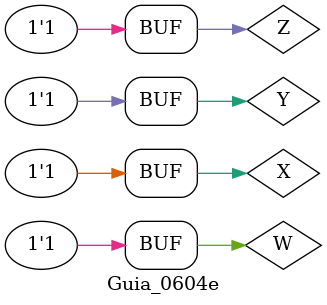
<source format=v>
/*
 Guia_0604e.v - v0.0. - 28 / 08 / 2022
 Autor    : Gabriel Vargas Bento de Souza
 Matricula: 778023
 */

/* 
 Produto das somas
                  ____
F(X, Y, W, Z) =   | |  M (3,5,6,7,11,15)
*/

/**
 PoS (3,5,6,7,11,15)
 */
module PoS (output S,
            input  X, Y, W, Z);
   assign S = ( X |  Y | ~W | ~Z)   // 3
            & ( X | ~Y |  W | ~Z)   // 5
            & ( X | ~Y | ~W |  Z)   // 6
            & ( X | ~Y | ~W | ~Z)   // 7
            & (~X |  Y | ~W | ~Z)   // 11
            & (~X | ~Y | ~W | ~Z);  // 15
endmodule // PoS 

/**
 PoS(3,5,6,7,11,15)_Simplificado = W'+Z' . X +Y'+Z' . X +Y'+W'
 */
module PoS_simple (output S,
                   input  X, Y, W, Z);
   assign S = (~W | ~Z)
            & ( X | ~Y | ~Z)
            & ( X | ~Y | ~W);
endmodule // PoS_simple

/**
  Guia_0604e.v
 */
module Guia_0604e;
   reg  X, Y, W, Z;
   wire S1, S2;
   
   // instancias
   PoS        POS1 (S1, X, Y, W, Z);
   PoS_simple POS2 (S2, X, Y, W, Z);
   
   // valores iniciais
   initial begin: start
      X=1'bx; Y=1'bx; W=1'bx; Z=1'bx;
   end

   // parte principal
   initial begin: main
       $display("Gabriel Vargas Bento de Souza - 778023");
       $display("Guia_06");
       $display("\n04.e) PoS (3,5,6,7,11,15)\n");

       // monitoramento
       $display(" X  Y  W  Z  S1  S2");
       $monitor("%2b %2b %2b %2b %2b %3b", X,  Y,  W,  Z,  S1, S2);

       // sinalizacao
          X=0; Y=0; W=0; Z=0;
       #1                Z=1;
       #1           W=1; Z=0;
       #1                Z=1;
       #1      Y=1; W=0; Z=0;
       #1                Z=1;
       #1           W=1; Z=0;
       #1                Z=1;
       #1 X=1; Y=0; W=0; Z=0;
       #1                Z=1;
       #1           W=1; Z=0;
       #1                Z=1;
       #1      Y=1; W=0; Z=0;
       #1                Z=1;
       #1           W=1; Z=0;
       #1                Z=1;
   end
endmodule // Guia_0604e

/*
C:\Users\Gabriel\Desktop\CC-PUC\2Periodo\ARQ1\Tarefas\Guia06>vvp Guia_0604e.vvp
Gabriel Vargas Bento de Souza - 778023
Guia_06

04.e) PoS (3,5,6,7,11,15)

 X  Y  W  Z  S1  S2
 0  0  0  0  1   1
 0  0  0  1  1   1
 0  0  1  0  1   1
 0  0  1  1  0   0
 0  1  0  0  1   1
 0  1  0  1  0   0
 0  1  1  0  0   0
 0  1  1  1  0   0
 1  0  0  0  1   1
 1  0  0  1  1   1
 1  0  1  0  1   1
 1  0  1  1  0   0
 1  1  0  0  1   1
 1  1  0  1  1   1
 1  1  1  0  1   1
 1  1  1  1  0   0

*/
</source>
